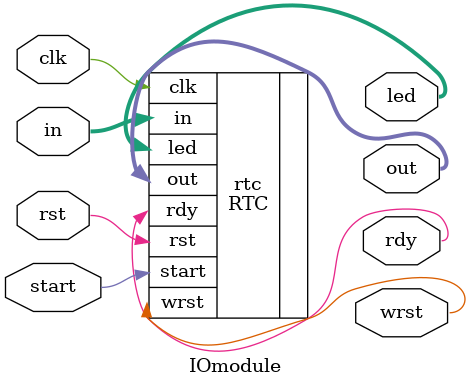
<source format=v>
module IOmodule(
	input clk,
	
	input rst,
	
	input start,
	input[23:0] in,
	
	output[3:0] led,
	
	output rdy,
	output[23:0] out,
	
	output wrst
);


RTC rtc(.clk(clk),
				.rst(rst),
				
				.start(start),
				.in(in),
	
				.rdy(rdy),
				.out(out),
				
				.led(led),
			
				.wrst(wrst)
);
endmodule

</source>
